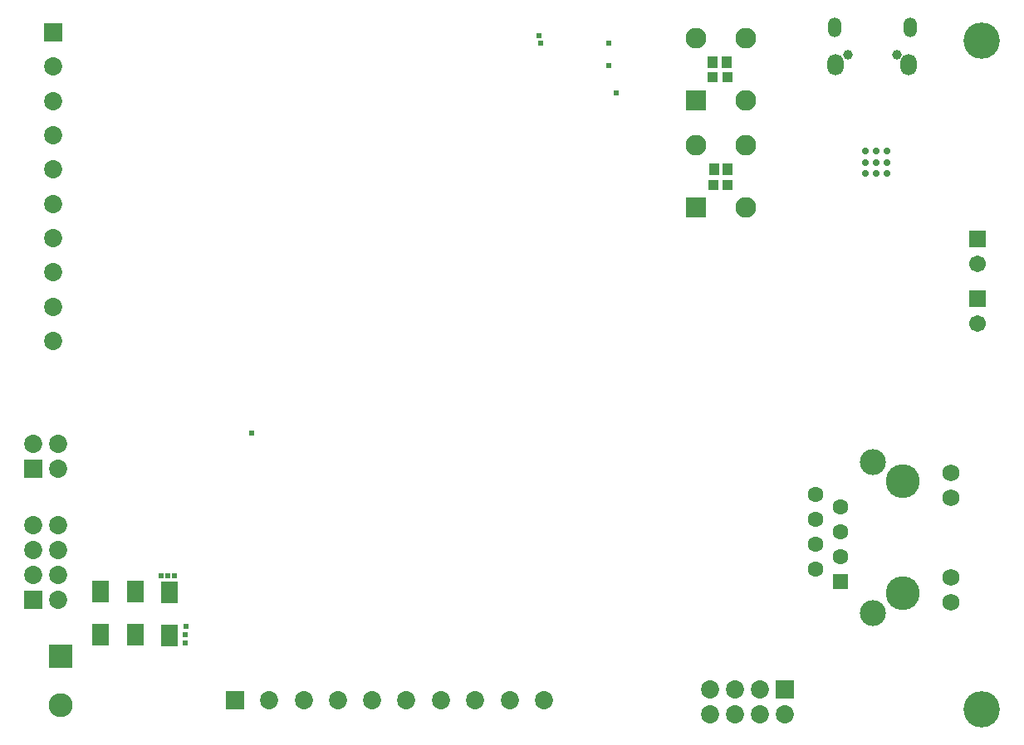
<source format=gbs>
%FSTAX23Y23*%
%MOIN*%
%SFA1B1*%

%IPPOS*%
%ADD56R,0.039500X0.045400*%
%ADD60R,0.039500X0.039500*%
%ADD78R,0.069000X0.090700*%
%ADD86R,0.063000X0.063000*%
%ADD87C,0.063000*%
%ADD88C,0.068200*%
%ADD89C,0.136000*%
%ADD90C,0.104300*%
%ADD91R,0.096600X0.096600*%
%ADD92C,0.096600*%
%ADD93C,0.073000*%
%ADD94R,0.073000X0.073000*%
%ADD95R,0.073000X0.073000*%
%ADD96O,0.065100X0.086700*%
%ADD97O,0.053300X0.078900*%
%ADD98C,0.039500*%
%ADD99C,0.146000*%
%ADD100C,0.083000*%
%ADD101R,0.083000X0.083000*%
%ADD102R,0.067100X0.067100*%
%ADD103C,0.067100*%
%ADD104C,0.023700*%
%ADD105C,0.027700*%
%LNv1.0-1*%
%LPD*%
G54D56*
X03737Y04795D03*
X03792D03*
X03742Y04365D03*
X03797D03*
G54D60*
X03794Y04735D03*
X03735D03*
X03797Y043D03*
X03738D03*
G54D78*
X01555Y02665D03*
Y02491D03*
X0128Y02666D03*
Y02493D03*
X0142Y02666D03*
Y02493D03*
G54D86*
X0425Y02709D03*
G54D87*
X0415Y02759D03*
X0425Y02809D03*
X0415Y02859D03*
X0425Y02909D03*
X0415Y02959D03*
X0425Y03009D03*
X0415Y03059D03*
G54D88*
X04692Y02624D03*
Y02724D03*
Y03145D03*
Y03045D03*
G54D89*
X045Y0311D03*
Y0266D03*
G54D90*
X04379Y03189D03*
Y0258D03*
G54D91*
X0112Y02408D03*
G54D92*
X0112Y02211D03*
G54D93*
X0111Y0326D03*
X0101D03*
X0111Y0316D03*
Y02735D03*
X0101D03*
X0111Y02635D03*
X0101Y02835D03*
Y02935D03*
X0111Y02835D03*
Y02935D03*
X03725Y02175D03*
X03825D03*
X03725Y02275D03*
X03825D03*
X04025Y02175D03*
X03925Y02275D03*
Y02175D03*
X0109Y03674D03*
Y03812D03*
Y0395D03*
Y04363D03*
Y04776D03*
Y04639D03*
Y04501D03*
Y04225D03*
Y04087D03*
X02645Y0223D03*
X02507D03*
X02232D03*
X02094D03*
X01956D03*
X0237D03*
X02783D03*
X02921D03*
X03059D03*
G54D94*
X0101Y0316D03*
Y02635D03*
X0109Y04914D03*
G54D95*
X04025Y02275D03*
X01818Y0223D03*
G54D96*
X04523Y04783D03*
X0423D03*
G54D97*
X04529Y04933D03*
X04224D03*
G54D98*
X04278Y04825D03*
X04475D03*
G54D99*
X04815Y02195D03*
Y0488D03*
G54D100*
X0387Y0464D03*
X0367Y0489D03*
X0387D03*
Y0421D03*
X0367Y0446D03*
X0387D03*
G54D101*
X0367Y0464D03*
Y0421D03*
G54D102*
X04798Y03843D03*
Y04083D03*
G54D103*
X04798Y03743D03*
Y03983D03*
G54D104*
X01885Y03305D03*
X0335Y0467D03*
X01522Y02731D03*
X01577D03*
X0162Y0246D03*
X01621Y02527D03*
X0162Y02495D03*
X0155Y02731D03*
X0332Y0487D03*
Y0478D03*
X03045Y0487D03*
X0304Y049D03*
G54D105*
X04435Y04349D03*
X04348D03*
X04435Y04436D03*
Y04392D03*
X04348Y04436D03*
Y04392D03*
X04392Y04349D03*
Y04436D03*
Y04392D03*
M02*
</source>
